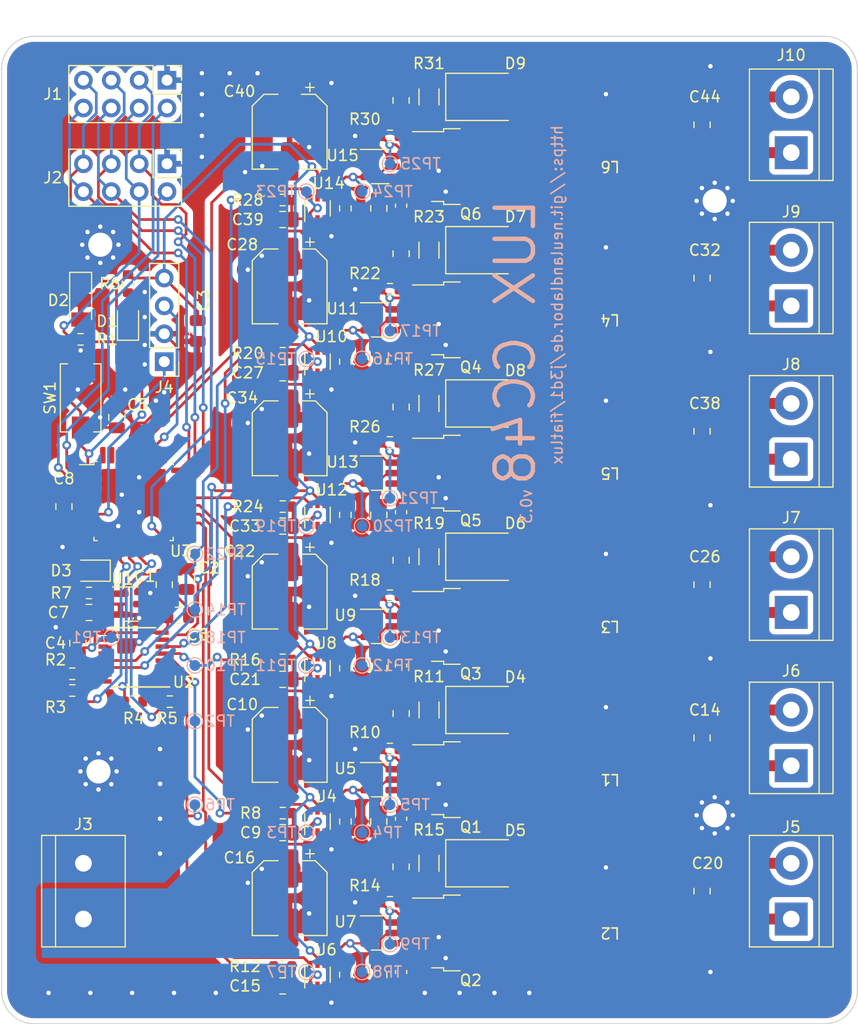
<source format=kicad_pcb>
(kicad_pcb (version 20211014) (generator pcbnew)

  (general
    (thickness 1.6)
  )

  (paper "A4")
  (layers
    (0 "F.Cu" signal)
    (31 "B.Cu" signal)
    (32 "B.Adhes" user "B.Adhesive")
    (33 "F.Adhes" user "F.Adhesive")
    (34 "B.Paste" user)
    (35 "F.Paste" user)
    (36 "B.SilkS" user "B.Silkscreen")
    (37 "F.SilkS" user "F.Silkscreen")
    (38 "B.Mask" user)
    (39 "F.Mask" user)
    (40 "Dwgs.User" user "User.Drawings")
    (41 "Cmts.User" user "User.Comments")
    (42 "Eco1.User" user "User.Eco1")
    (43 "Eco2.User" user "User.Eco2")
    (44 "Edge.Cuts" user)
    (45 "Margin" user)
    (46 "B.CrtYd" user "B.Courtyard")
    (47 "F.CrtYd" user "F.Courtyard")
    (48 "B.Fab" user)
    (49 "F.Fab" user)
    (50 "User.1" user "Nutzer.1")
    (51 "User.2" user "Nutzer.2")
    (52 "User.3" user "Nutzer.3")
    (53 "User.4" user "Nutzer.4")
    (54 "User.5" user "Nutzer.5")
    (55 "User.6" user "Nutzer.6")
    (56 "User.7" user "Nutzer.7")
    (57 "User.8" user "Nutzer.8")
    (58 "User.9" user "Nutzer.9")
  )

  (setup
    (stackup
      (layer "F.SilkS" (type "Top Silk Screen"))
      (layer "F.Paste" (type "Top Solder Paste"))
      (layer "F.Mask" (type "Top Solder Mask") (thickness 0.01))
      (layer "F.Cu" (type "copper") (thickness 0.035))
      (layer "dielectric 1" (type "core") (thickness 1.51) (material "FR4") (epsilon_r 4.5) (loss_tangent 0.02))
      (layer "B.Cu" (type "copper") (thickness 0.035))
      (layer "B.Mask" (type "Bottom Solder Mask") (thickness 0.01))
      (layer "B.Paste" (type "Bottom Solder Paste"))
      (layer "B.SilkS" (type "Bottom Silk Screen"))
      (copper_finish "None")
      (dielectric_constraints no)
    )
    (pad_to_mask_clearance 0)
    (grid_origin 167.894 27.686)
    (pcbplotparams
      (layerselection 0x00010fc_ffffffff)
      (disableapertmacros false)
      (usegerberextensions false)
      (usegerberattributes true)
      (usegerberadvancedattributes true)
      (creategerberjobfile true)
      (svguseinch false)
      (svgprecision 6)
      (excludeedgelayer true)
      (plotframeref false)
      (viasonmask false)
      (mode 1)
      (useauxorigin false)
      (hpglpennumber 1)
      (hpglpenspeed 20)
      (hpglpendiameter 15.000000)
      (dxfpolygonmode true)
      (dxfimperialunits true)
      (dxfusepcbnewfont true)
      (psnegative false)
      (psa4output false)
      (plotreference true)
      (plotvalue true)
      (plotinvisibletext false)
      (sketchpadsonfab false)
      (subtractmaskfromsilk false)
      (outputformat 1)
      (mirror false)
      (drillshape 1)
      (scaleselection 1)
      (outputdirectory "")
    )
  )

  (net 0 "")
  (net 1 "+3V3")
  (net 2 "GND")
  (net 3 "~{BUSRST}")
  (net 4 "Net-(C4-Pad1)")
  (net 5 "Net-(C8-Pad1)")
  (net 6 "/fiatlux_cc48_channel_driver2/DRI_DIM")
  (net 7 "+48V")
  (net 8 "/fiatlux_cc48_channel_driver2/DRI_VCC")
  (net 9 "/fiatlux_cc48_channel_driver2/DRI_COM")
  (net 10 "/fiatlux_cc48_channel_driver2/OUT+")
  (net 11 "/fiatlux_cc48_channel_driver2/OUT-")
  (net 12 "/fiatlux_cc48_channel_driver1/DRI_DIM")
  (net 13 "/fiatlux_cc48_channel_driver1/DRI_VCC")
  (net 14 "/fiatlux_cc48_channel_driver1/DRI_COM")
  (net 15 "/fiatlux_cc48_channel_driver1/OUT+")
  (net 16 "/fiatlux_cc48_channel_driver1/OUT-")
  (net 17 "/fiatlux_cc48_channel_driver3/DRI_DIM")
  (net 18 "/fiatlux_cc48_channel_driver3/DRI_VCC")
  (net 19 "/fiatlux_cc48_channel_driver3/DRI_COM")
  (net 20 "/fiatlux_cc48_channel_driver3/OUT+")
  (net 21 "/fiatlux_cc48_channel_driver3/OUT-")
  (net 22 "/fiatlux_cc48_channel_driver5/DRI_DIM")
  (net 23 "/fiatlux_cc48_channel_driver5/DRI_VCC")
  (net 24 "/fiatlux_cc48_channel_driver5/DRI_COM")
  (net 25 "/fiatlux_cc48_channel_driver5/OUT+")
  (net 26 "/fiatlux_cc48_channel_driver5/OUT-")
  (net 27 "Net-(D1-Pad2)")
  (net 28 "ACT_LED")
  (net 29 "Net-(D3-Pad2)")
  (net 30 "/fiatlux_cc48_channel_driver4/DRI_DIM")
  (net 31 "/fiatlux_cc48_channel_driver4/DRI_VCC")
  (net 32 "/fiatlux_cc48_channel_driver4/DRI_COM")
  (net 33 "/fiatlux_cc48_channel_driver4/OUT+")
  (net 34 "/fiatlux_cc48_channel_driver4/OUT-")
  (net 35 "SWIM")
  (net 36 "/fiatlux_cc48_channel_driver6/DRI_DIM")
  (net 37 "/fiatlux_cc48_channel_driver6/DRI_VCC")
  (net 38 "/fiatlux_cc48_channel_driver6/DRI_COM")
  (net 39 "/fiatlux_cc48_channel_driver6/OUT+")
  (net 40 "/fiatlux_cc48_channel_driver6/OUT-")
  (net 41 "/fiatlux_cc48_channel_driver2/DRI_SOURCE")
  (net 42 "/fiatlux_cc48_channel_driver1/DRI_SOURCE")
  (net 43 "/fiatlux_cc48_channel_driver3/DRI_SOURCE")
  (net 44 "DAC_SYNC")
  (net 45 "Net-(R2-Pad2)")
  (net 46 "SCLK")
  (net 47 "Net-(R3-Pad2)")
  (net 48 "MOSI")
  (net 49 "Net-(R4-Pad2)")
  (net 50 "MISO")
  (net 51 "Net-(R5-Pad2)")
  (net 52 "CH2_DIM")
  (net 53 "Net-(R9-Pad1)")
  (net 54 "CH1_DIM")
  (net 55 "CH3_DIM")
  (net 56 "CH5_DIM")
  (net 57 "CH4_DIM")
  (net 58 "Net-(R21-Pad1)")
  (net 59 "CH6_DIM")
  (net 60 "Net-(C13-Pad1)")
  (net 61 "unconnected-(U2-Pad11)")
  (net 62 "unconnected-(U2-Pad12)")
  (net 63 "INIT_{IN}")
  (net 64 "~{INT}")
  (net 65 "INIT_{OUT}")
  (net 66 "unconnected-(U3-Pad9)")
  (net 67 "SW_SCLK")
  (net 68 "SW_MOSI")
  (net 69 "SW_MISO")
  (net 70 "unconnected-(U3-Pad17)")
  (net 71 "CH1_PWM")
  (net 72 "CH2_PWM")
  (net 73 "CH3_PWM")
  (net 74 "CH4_PWM")
  (net 75 "unconnected-(U3-Pad25)")
  (net 76 "unconnected-(U3-Pad27)")
  (net 77 "CH6_PWM")
  (net 78 "CH5_PWM")
  (net 79 "unconnected-(U3-Pad32)")
  (net 80 "/fiatlux_cc48_channel_driver5/DRI_SOURCE")
  (net 81 "/fiatlux_cc48_channel_driver4/DRI_SOURCE")
  (net 82 "/fiatlux_cc48_channel_driver6/DRI_SOURCE")
  (net 83 "/fiatlux_cc48_channel_driver2/DRI_GATE")
  (net 84 "/fiatlux_cc48_channel_driver1/DRI_GATE")
  (net 85 "/fiatlux_cc48_channel_driver3/DRI_GATE")
  (net 86 "/fiatlux_cc48_channel_driver5/DRI_GATE")
  (net 87 "/fiatlux_cc48_channel_driver4/DRI_GATE")
  (net 88 "/fiatlux_cc48_channel_driver6/DRI_GATE")
  (net 89 "unconnected-(U3-Pad30)")
  (net 90 "unconnected-(U3-Pad31)")
  (net 91 "unconnected-(U3-Pad14)")
  (net 92 "unconnected-(U3-Pad15)")
  (net 93 "unconnected-(U3-Pad7)")
  (net 94 "Net-(C19-Pad1)")
  (net 95 "Net-(C25-Pad1)")
  (net 96 "Net-(C31-Pad1)")
  (net 97 "Net-(C37-Pad1)")
  (net 98 "Net-(C43-Pad1)")
  (net 99 "Net-(R13-Pad1)")
  (net 100 "Net-(R17-Pad1)")
  (net 101 "Net-(R25-Pad1)")
  (net 102 "Net-(R29-Pad1)")

  (footprint "fiatlux:PCD0503" (layer "F.Cu") (at 213.36 73.66 180))

  (footprint "TerminalBlock:TerminalBlock_bornier-2_P5.08mm" (layer "F.Cu") (at 229.87 90.17 90))

  (footprint "Capacitor_SMD:C_0805_2012Metric" (layer "F.Cu") (at 183.515 110.236 180))

  (footprint "Capacitor_SMD:C_0603_1608Metric" (layer "F.Cu") (at 194.31 81.026 -90))

  (footprint "Capacitor_SMD:C_0805_2012Metric" (layer "F.Cu") (at 221.742 87.63 -90))

  (footprint "TerminalBlock:TerminalBlock_bornier-2_P5.08mm" (layer "F.Cu") (at 229.87 76.2 90))

  (footprint "MountingHole:MountingHole_2.2mm_M2_Pad_Via" (layer "F.Cu") (at 222.894 38.686))

  (footprint "Resistor_SMD:R_1206_3216Metric" (layer "F.Cu") (at 196.85 99.06 90))

  (footprint "Diode_SMD:D_SMB" (layer "F.Cu") (at 201.93 57.15))

  (footprint "Connector_PinHeader_2.54mm:PinHeader_1x04_P2.54mm_Vertical" (layer "F.Cu") (at 172.72 53.34 180))

  (footprint "Capacitor_SMD:CP_Elec_6.3x4.5" (layer "F.Cu") (at 184.15 60.325 -90))

  (footprint "Connector_PinHeader_2.54mm:PinHeader_2x04_P2.54mm_Vertical" (layer "F.Cu") (at 172.974 35.306 -90))

  (footprint "Capacitor_SMD:C_0603_1608Metric" (layer "F.Cu") (at 194.31 108.966 -90))

  (footprint "Capacitor_SMD:C_0805_2012Metric" (layer "F.Cu") (at 172.72 73.66 -90))

  (footprint "Package_TO_SOT_SMD:SOT-23-6" (layer "F.Cu") (at 192.405 63.5))

  (footprint "Capacitor_SMD:C_0805_2012Metric" (layer "F.Cu") (at 192.278 67.31 -90))

  (footprint "Package_TO_SOT_SMD:SOT-363_SC-70-6" (layer "F.Cu") (at 186.69 81.28 90))

  (footprint "Capacitor_SMD:C_0805_2012Metric" (layer "F.Cu") (at 192.278 109.22 -90))

  (footprint "Package_TO_SOT_SMD:TO-252-2" (layer "F.Cu") (at 200.6655 91.44))

  (footprint "Connector_PinHeader_2.54mm:PinHeader_2x04_P2.54mm_Vertical" (layer "F.Cu") (at 172.974 27.686 -90))

  (footprint "Package_TO_SOT_SMD:TO-252-2" (layer "F.Cu") (at 200.66 77.47))

  (footprint "Resistor_SMD:R_0603_1608Metric" (layer "F.Cu") (at 183.515 80.518))

  (footprint "Diode_SMD:D_SMB" (layer "F.Cu") (at 201.93 29.21))

  (footprint "TerminalBlock:TerminalBlock_bornier-2_P5.08mm" (layer "F.Cu") (at 165.354 99.06 -90))

  (footprint "Diode_SMD:D_SMB" (layer "F.Cu") (at 201.93 99.06))

  (footprint "Diode_SMD:D_SMB" (layer "F.Cu") (at 201.93 43.18))

  (footprint "Capacitor_SMD:C_0805_2012Metric" (layer "F.Cu") (at 192.278 95.25 -90))

  (footprint "MountingHole:MountingHole_2.2mm_M2_Pad_Via" (layer "F.Cu") (at 166.727274 90.686))

  (footprint "fiatlux:PCD0503" (layer "F.Cu") (at 213.36 45.72 180))

  (footprint "Diode_SMD:D_SMB" (layer "F.Cu") (at 201.9355 85.09))

  (footprint "Capacitor_SMD:CP_Elec_6.3x4.5" (layer "F.Cu") (at 184.15 46.482 -90))

  (footprint "MountingHole:MountingHole_2.2mm_M2_Pad_Via" (layer "F.Cu") (at 166.894 42.686))

  (footprint "Package_TO_SOT_SMD:SOT-23-6" (layer "F.Cu") (at 192.405 35.56))

  (footprint "Capacitor_SMD:C_0805_2012Metric" (layer "F.Cu") (at 221.742 31.75 -90))

  (footprint "Resistor_SMD:R_0603_1608Metric" (layer "F.Cu") (at 189.23 81.28 -90))

  (footprint "Resistor_SMD:R_0603_1608Metric" (layer "F.Cu") (at 164.338 81.788))

  (footprint "LED_SMD:LED_0805_2012Metric" (layer "F.Cu") (at 169.418 49.7055 90))

  (footprint "Capacitor_SMD:C_0805_2012Metric" (layer "F.Cu") (at 174.752 73.152 -90))

  (footprint "Capacitor_SMD:C_0805_2012Metric" (layer "F.Cu") (at 194.31 29.53 90))

  (footprint "Capacitor_SMD:C_0805_2012Metric" (layer "F.Cu") (at 183.5205 96.266 180))

  (footprint "fiatlux:PCD0503" (layer "F.Cu") (at 213.36 101.6 180))

  (footprint "Capacitor_SMD:C_0805_2012Metric" (layer "F.Cu") (at 183.515 68.326 180))

  (footprint "Package_QFP:LQFP-32_7x7mm_P0.8mm" (layer "F.Cu") (at 169.926 66.04))

  (footprint "Resistor_SMD:R_1206_3216Metric" (layer "F.Cu") (at 196.85 57.15 90))

  (footprint "Package_TO_SOT_SMD:SOT-23-6" (layer "F.Cu") (at 192.405 49.53))

  (footprint "Package_TO_SOT_SMD:SOT-23-6" (layer "F.Cu") (at 192.4105 91.44))

  (footprint "fiatlux:PCD0503" (layer "F.Cu") (at 213.36 59.69 180))

  (footprint "Resistor_SMD:R_0603_1608Metric" (layer "F.Cu") (at 183.515 108.458))

  (footprint "Capacitor_SMD:C_0805_2012Metric" (layer "F.Cu") (at 164.846 78.994 90))

  (footprint "Resistor_SMD:R_0603_1608Metric" (layer "F.Cu") (at 193.294 46.736))

  (footprint "TerminalBlock:TerminalBlock_bornier-2_P5.08mm" (layer "F.Cu") (at 229.87 62.23 90))

  (footprint "Resistor_SMD:R_0603_1608Metric" (layer "F.Cu") (at 183.5205 94.488))

  (footprint "Package_TO_SOT_SMD:SOT-363_SC-70-6" (layer "F.Cu") (at 186.69 95.25 90))

  (footprint "Capacitor_SMD:C_0805_2012Metric" (layer "F.Cu")
    (tedit 5F68FEEE) (tstamp 70be799c-49f3-4a5c-a91c-581fee19fd78)
    (at 194.31 43.5 90)
    (descr "Capacitor SMD 0805 (2012 Metric), square (rectangular) end terminal, IPC_7351 nominal, (Body size source: IPC-SM-782 page 76, https://www.pcb-3d.com/wordpress/wp-content/uploads/ipc-sm-782a_amendment_1_and_2.pdf, https://docs.google.com/spreadsheets/d/1BsfQQcO9C6DZCsRaXUlFlo91Tg2WpOkGARC1WS5S8t0/edit?usp=sharing), generated with kicad-footprint-generator")
    (tags "capacitor")
    (property "Sheetfile" "fiatlux_cc48_channel_driver.kicad_sch")
    (property "Sheetname" "fiatlux_cc48_channel_driver5")
    (path "/a672b323-13f7-4347-a8ce-0a3f96c45d44/e8c11b9a-5119-4306-86ed-6f30990e796
... [1143922 chars truncated]
</source>
